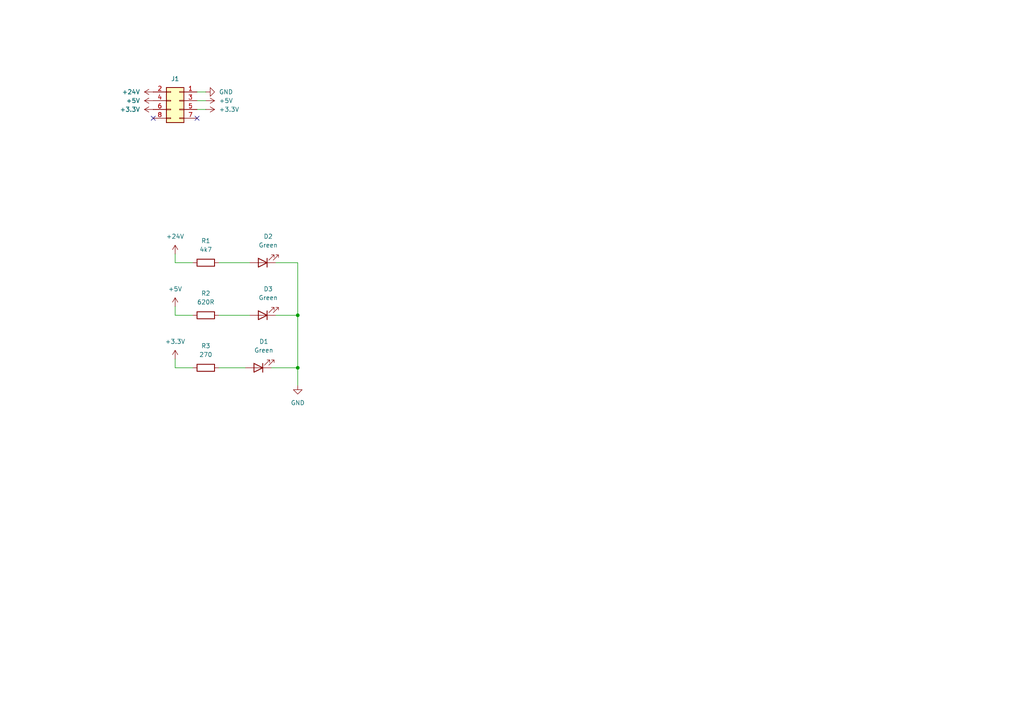
<source format=kicad_sch>
(kicad_sch (version 20231120) (generator "eeschema") (generator_version "8.0")
  (paper "A4")
  (lib_symbols
    (symbol "kicad_inventree_lib:LED_green_1206_reverse" (pin_numbers hide) (pin_names (offset 1.016) hide)
      (property "Reference" "D" (at 0 2.54 0))
      (property "Value" "Green" (at 0 -2.54 0))
      (symbol "LED_green_1206_reverse_0_1"
        (polyline (pts (xy -1.27 -1.27) (xy -1.27 1.27)) (stroke (width 0.254)))
        (polyline (pts (xy -1.27 0) (xy 1.27 0)))
        (polyline (pts (xy 1.27 -1.27) (xy 1.27 1.27) (xy -1.27 0) (xy 1.27 -1.27)) (stroke (width 0.254)))
        (polyline (pts (xy -3.048 -0.762) (xy -4.572 -2.286) (xy -3.81 -2.286) (xy -4.572 -2.286) (xy -4.572 -1.524)))
        (polyline (pts (xy -1.778 -0.762) (xy -3.302 -2.286) (xy -2.54 -2.286) (xy -3.302 -2.286) (xy -3.302 -1.524)))
      )
      (symbol "LED_green_1206_reverse_1_1"
        (pin passive line (at -3.81 0 0) (length 2.54) (name "K") (number "1"))
        (pin passive line (at 3.81 0 180) (length 2.54) (name "A") (number "2"))
      )
    )
    (symbol "kicad_inventree_lib:PinHeader_02x04_P2.54_THT_angle" (pin_names (offset 1.016) hide)
      (property "Reference" "J" (at 1.27 5.08 0))
      (property "Value" "PinHeader_02x04_P2.54_THT_angle" (at 1.27 -7.62 0))
      (symbol "PinHeader_02x04_P2.54_THT_angle_1_1"
        (rectangle (start -1.27 -4.953) (end 0 -5.207) (stroke (width 0.1524)))
        (rectangle (start -1.27 -2.413) (end 0 -2.667) (stroke (width 0.1524)))
        (rectangle (start -1.27 0.127) (end 0 -0.127) (stroke (width 0.1524)))
        (rectangle (start -1.27 2.667) (end 0 2.413) (stroke (width 0.1524)))
        (rectangle (start -1.27 3.81) (end 3.81 -6.35) (stroke (width 0.254)) (fill (type background)))
        (rectangle (start 3.81 -4.953) (end 2.54 -5.207) (stroke (width 0.1524)))
        (rectangle (start 3.81 -2.413) (end 2.54 -2.667) (stroke (width 0.1524)))
        (rectangle (start 3.81 0.127) (end 2.54 -0.127) (stroke (width 0.1524)))
        (rectangle (start 3.81 2.667) (end 2.54 2.413) (stroke (width 0.1524)))
        (pin passive line (at -5.08 2.54 0) (length 3.81) (name "Pin_1") (number "1"))
        (pin passive line (at 7.62 2.54 180) (length 3.81) (name "Pin_2") (number "2"))
        (pin passive line (at -5.08 0 0) (length 3.81) (name "Pin_3") (number "3"))
        (pin passive line (at 7.62 0 180) (length 3.81) (name "Pin_4") (number "4"))
        (pin passive line (at -5.08 -2.54 0) (length 3.81) (name "Pin_5") (number "5"))
        (pin passive line (at 7.62 -2.54 180) (length 3.81) (name "Pin_6") (number "6"))
        (pin passive line (at -5.08 -5.08 0) (length 3.81) (name "Pin_7") (number "7"))
        (pin passive line (at 7.62 -5.08 180) (length 3.81) (name "Pin_8") (number "8"))
      )
    )
    (symbol "kicad_inventree_lib:R_270_1206_1%" (pin_numbers hide) (pin_names (offset 0))
      (property "Reference" "R" (at 2.032 0 90))
      (property "Value" "270" (at 0 0 90))
      (symbol "R_270_1206_1%_0_1"
        (rectangle (start -1.016 -2.54) (end 1.016 2.54) (stroke (width 0.254)))
      )
      (symbol "R_270_1206_1%_1_1"
        (pin passive line (at 0 3.81 270) (length 1.27) (name "~") (number "1"))
        (pin passive line (at 0 -3.81 90) (length 1.27) (name "~") (number "2"))
      )
    )
    (symbol "kicad_inventree_lib:R_4k7_1206_1%" (pin_numbers hide) (pin_names (offset 0))
      (property "Reference" "R" (at 2.032 0 90))
      (property "Value" "4k7" (at 0 0 90))
      (symbol "R_4k7_1206_1%_0_1"
        (rectangle (start -1.016 -2.54) (end 1.016 2.54) (stroke (width 0.254)))
      )
      (symbol "R_4k7_1206_1%_1_1"
        (pin passive line (at 0 3.81 270) (length 1.27) (name "~") (number "1"))
        (pin passive line (at 0 -3.81 90) (length 1.27) (name "~") (number "2"))
      )
    )
    (symbol "kicad_inventree_lib:R_620R_1206_1%" (pin_numbers hide) (pin_names (offset 0))
      (property "Reference" "R" (at 2.032 0 90))
      (property "Value" "620R" (at 0 0 90))
      (symbol "R_620R_1206_1%_0_1"
        (rectangle (start -1.016 -2.54) (end 1.016 2.54) (stroke (width 0.254)))
      )
      (symbol "R_620R_1206_1%_1_1"
        (pin passive line (at 0 3.81 270) (length 1.27) (name "~") (number "1"))
        (pin passive line (at 0 -3.81 90) (length 1.27) (name "~") (number "2"))
      )
    )
    (symbol "power:+24V" (power) (pin_numbers hide) (pin_names (offset 0) hide)
      (property "Value" "+24V" (at 0 3.556 0))
      (symbol "+24V_0_1"
        (polyline (pts (xy -0.762 1.27) (xy 0 2.54)))
        (polyline (pts (xy 0 0) (xy 0 2.54)))
        (polyline (pts (xy 0 2.54) (xy 0.762 1.27)))
      )
      (symbol "+24V_1_1"
        (pin power_in line (at 0 0 90) (length 0) (name "~") (number "1"))
      )
    )
    (symbol "power:+3.3V" (power) (pin_numbers hide) (pin_names (offset 0) hide)
      (property "Value" "+3.3V" (at 0 3.556 0))
      (symbol "+3.3V_0_1"
        (polyline (pts (xy -0.762 1.27) (xy 0 2.54)))
        (polyline (pts (xy 0 0) (xy 0 2.54)))
        (polyline (pts (xy 0 2.54) (xy 0.762 1.27)))
      )
      (symbol "+3.3V_1_1"
        (pin power_in line (at 0 0 90) (length 0) (name "~") (number "1"))
      )
    )
    (symbol "power:+5V" (power) (pin_numbers hide) (pin_names (offset 0) hide)
      (property "Value" "+5V" (at 0 3.556 0))
      (symbol "+5V_0_1"
        (polyline (pts (xy -0.762 1.27) (xy 0 2.54)))
        (polyline (pts (xy 0 0) (xy 0 2.54)))
        (polyline (pts (xy 0 2.54) (xy 0.762 1.27)))
      )
      (symbol "+5V_1_1"
        (pin power_in line (at 0 0 90) (length 0) (name "~") (number "1"))
      )
    )
    (symbol "power:GND" (power) (pin_numbers hide) (pin_names (offset 0) hide)
      (property "Value" "GND" (at 0 -3.81 0))
      (symbol "GND_0_1"
        (polyline (pts (xy 0 0) (xy 0 -1.27) (xy 1.27 -1.27) (xy 0 -2.54) (xy -1.27 -1.27) (xy 0 -1.27)))
      )
      (symbol "GND_1_1"
        (pin power_in line (at 0 0 270) (length 0) (name "~") (number "1"))
      )
    )
  )
  (junction (at 86.36 106.68))
  (junction (at 86.36 91.44))
  (no_connect (at 44.45 34.29))
  (no_connect (at 57.15 34.29))
  (wire (pts (xy 63.5 76.2) (xy 72.39 76.2)))
  (wire (pts (xy 50.8 76.2) (xy 55.88 76.2)))
  (wire (pts (xy 50.8 106.68) (xy 55.88 106.68)))
  (wire (pts (xy 55.88 91.44) (xy 50.8 91.44)))
  (wire (pts (xy 80.01 76.2) (xy 86.36 76.2)))
  (wire (pts (xy 72.39 91.44) (xy 63.5 91.44)))
  (wire (pts (xy 86.36 91.44) (xy 86.36 106.68)))
  (wire (pts (xy 50.8 104.14) (xy 50.8 106.68)))
  (wire (pts (xy 80.01 91.44) (xy 86.36 91.44)))
  (wire (pts (xy 57.15 31.75) (xy 59.69 31.75)))
  (wire (pts (xy 50.8 91.44) (xy 50.8 88.9)))
  (wire (pts (xy 86.36 111.76) (xy 86.36 106.68)))
  (wire (pts (xy 50.8 73.66) (xy 50.8 76.2)))
  (wire (pts (xy 57.15 29.21) (xy 59.69 29.21)))
  (wire (pts (xy 57.15 26.67) (xy 59.69 26.67)))
  (wire (pts (xy 86.36 106.68) (xy 78.74 106.68)))
  (wire (pts (xy 63.5 106.68) (xy 71.12 106.68)))
  (wire (pts (xy 86.36 76.2) (xy 86.36 91.44)))
  (symbol (lib_id "kicad_inventree_lib:R_620R_1206_1%") (at 59.69 91.44 90) (unit 1)
    (property "Reference" "R2" (at 59.69 85.09 90))
    (property "Value" "620R" (at 59.69 87.63 90))
    (property "Footprint" "Resistor_SMD:R_1206_3216Metric_Pad1.30x1.75mm_HandSolder" (effects (hide yes)))
    (property "Datasheet" "http://inventree.network/part/147/" (effects (hide yes)))
    (property "Description" "Resistor" (effects (hide yes)))
    (property "part_ipn" "R_620R_1206_1%" (effects (hide yes)))
  )
  (symbol (lib_id "power:GND") (at 86.36 111.76 0) (unit 1)
    (property "Reference" "#PWR010" (effects (hide yes)))
    (property "Value" "GND" (at 86.36 116.84 0))
    (property "Description" "Power symbol creates a global label with name \"GND\" , ground" (effects (hide yes)))
  )
  (symbol (lib_id "kicad_inventree_lib:LED_green_1206_reverse") (at 74.93 106.68 180) (unit 1)
    (property "Reference" "D1" (at 76.5175 99.06 0))
    (property "Value" "Green" (at 76.5175 101.6 0))
    (property "Footprint" "kicad_inventree_lib:LED_1206_3216Metric_ReverseMount_Hole1.8x2.4mm" (effects (hide yes)))
    (property "Datasheet" "http://inventree.network/part/129/" (effects (hide yes)))
    (property "Description" "Light emitting diode" (effects (hide yes)))
    (property "part_ipn" "LED_green_1206_reverse" (effects (hide yes)))
  )
  (symbol (lib_id "power:+3.3V") (at 44.45 31.75 90) (unit 1)
    (property "Reference" "#PWR03" (effects (hide yes)))
    (property "Value" "+3.3V" (at 40.64 31.7499 90) (effects (justify left)))
    (property "Description" "Power symbol creates a global label with name \"+3.3V\"" (effects (hide yes)))
  )
  (symbol (lib_id "power:+24V") (at 50.8 73.66 0) (unit 1)
    (property "Reference" "#PWR04" (effects (hide yes)))
    (property "Value" "+24V" (at 50.8 68.58 0))
    (property "Description" "Power symbol creates a global label with name \"+24V\"" (effects (hide yes)))
  )
  (symbol (lib_id "power:+5V") (at 44.45 29.21 90) (unit 1)
    (property "Reference" "#PWR02" (effects (hide yes)))
    (property "Value" "+5V" (at 40.64 29.2099 90) (effects (justify left)))
    (property "Description" "Power symbol creates a global label with name \"+5V\"" (effects (hide yes)))
  )
  (symbol (lib_id "power:+24V") (at 44.45 26.67 90) (unit 1)
    (property "Reference" "#PWR01" (effects (hide yes)))
    (property "Value" "+24V" (at 40.64 26.6699 90) (effects (justify left)))
    (property "Description" "Power symbol creates a global label with name \"+24V\"" (effects (hide yes)))
  )
  (symbol (lib_id "kicad_inventree_lib:LED_green_1206_reverse") (at 76.2 91.44 180) (unit 1)
    (property "Reference" "D3" (at 77.7875 83.82 0))
    (property "Value" "Green" (at 77.7875 86.36 0))
    (property "Footprint" "kicad_inventree_lib:LED_1206_3216Metric_ReverseMount_Hole1.8x2.4mm" (effects (hide yes)))
    (property "Datasheet" "http://inventree.network/part/129/" (effects (hide yes)))
    (property "Description" "Light emitting diode" (effects (hide yes)))
    (property "part_ipn" "LED_green_1206_reverse" (effects (hide yes)))
  )
  (symbol (lib_id "kicad_inventree_lib:R_270_1206_1%") (at 59.69 106.68 90) (unit 1)
    (property "Reference" "R3" (at 59.69 100.33 90))
    (property "Value" "270" (at 59.69 102.87 90))
    (property "Footprint" "Resistor_SMD:R_1206_3216Metric_Pad1.30x1.75mm_HandSolder" (effects (hide yes)))
    (property "Datasheet" "https://www.hqonline.com/product-detail/chip-resistors-fojan-frc2512f1101ts-2500371841" (effects (hide yes)))
    (property "Description" "Resistor" (effects (hide yes)))
    (property "NextPCB_price" "0.00289" (effects (hide yes)))
    (property "NextPCB_url" "https://www.hqonline.com/product-detail/chip-resistors-ralec-rtt062700ftp-2500346938" (effects (hide yes)))
    (property "part_ipn" "R_270_1206_1%" (effects (hide yes)))
  )
  (symbol (lib_id "kicad_inventree_lib:PinHeader_02x04_P2.54_THT_angle") (at 52.07 29.21 0) (mirror y) (unit 1)
    (property "Reference" "J1" (at 50.8 22.86 0))
    (property "Value" "PinHeader_02x04_P2.54_THT_angle" (effects (hide yes)))
    (property "Footprint" "Connector_PinHeader_2.54mm:PinHeader_2x04_P2.54mm_Horizontal" (effects (hide yes)))
    (property "Datasheet" "http://inventree.network/part/128/" (effects (hide yes)))
    (property "Description" "Generic connector, double row, 02x04, odd/even pin numbering scheme (row 1 odd numbers, row 2 even numbers), script generated (kicad-library-utils/schlib/autogen/connector/)" (effects (hide yes)))
    (property "part_ipn" "PinHeader_02x04_P2.54_THT_angle" (effects (hide yes)))
  )
  (symbol (lib_id "power:+5V") (at 59.69 29.21 270) (unit 1)
    (property "Reference" "#PWR08" (effects (hide yes)))
    (property "Value" "+5V" (at 63.5 29.2099 90) (effects (justify left)))
    (property "Description" "Power symbol creates a global label with name \"+5V\"" (effects (hide yes)))
  )
  (symbol (lib_id "power:+3.3V") (at 50.8 104.14 0) (unit 1)
    (property "Reference" "#PWR06" (effects (hide yes)))
    (property "Value" "+3.3V" (at 50.8 99.06 0))
    (property "Description" "Power symbol creates a global label with name \"+3.3V\"" (effects (hide yes)))
  )
  (symbol (lib_id "power:+5V") (at 50.8 88.9 0) (unit 1)
    (property "Reference" "#PWR05" (effects (hide yes)))
    (property "Value" "+5V" (at 50.8 83.82 0))
    (property "Description" "Power symbol creates a global label with name \"+5V\"" (effects (hide yes)))
  )
  (symbol (lib_id "power:+3.3V") (at 59.69 31.75 270) (unit 1)
    (property "Reference" "#PWR09" (effects (hide yes)))
    (property "Value" "+3.3V" (at 63.5 31.7499 90) (effects (justify left)))
    (property "Description" "Power symbol creates a global label with name \"+3.3V\"" (effects (hide yes)))
  )
  (symbol (lib_id "kicad_inventree_lib:R_4k7_1206_1%") (at 59.69 76.2 90) (unit 1)
    (property "Reference" "R1" (at 59.69 69.85 90))
    (property "Value" "4k7" (at 59.69 72.39 90))
    (property "Footprint" "Resistor_SMD:R_1206_3216Metric_Pad1.30x1.75mm_HandSolder" (effects (hide yes)))
    (property "Datasheet" "http://inventree.network/part/117/" (effects (hide yes)))
    (property "Description" "Resistor" (effects (hide yes)))
    (property "part_ipn" "R_4k7_1206_1%" (effects (hide yes)))
  )
  (symbol (lib_id "power:GND") (at 59.69 26.67 90) (unit 1)
    (property "Reference" "#PWR07" (effects (hide yes)))
    (property "Value" "GND" (at 63.5 26.6699 90) (effects (justify right)))
    (property "Description" "Power symbol creates a global label with name \"GND\" , ground" (effects (hide yes)))
  )
  (symbol (lib_id "kicad_inventree_lib:LED_green_1206_reverse") (at 76.2 76.2 180) (unit 1)
    (property "Reference" "D2" (at 77.7875 68.58 0))
    (property "Value" "Green" (at 77.7875 71.12 0))
    (property "Footprint" "kicad_inventree_lib:LED_1206_3216Metric_ReverseMount_Hole1.8x2.4mm" (effects (hide yes)))
    (property "Datasheet" "http://inventree.network/part/129/" (effects (hide yes)))
    (property "Description" "Light emitting diode" (effects (hide yes)))
    (property "part_ipn" "LED_green_1206_reverse" (effects (hide yes)))
  )
)
</source>
